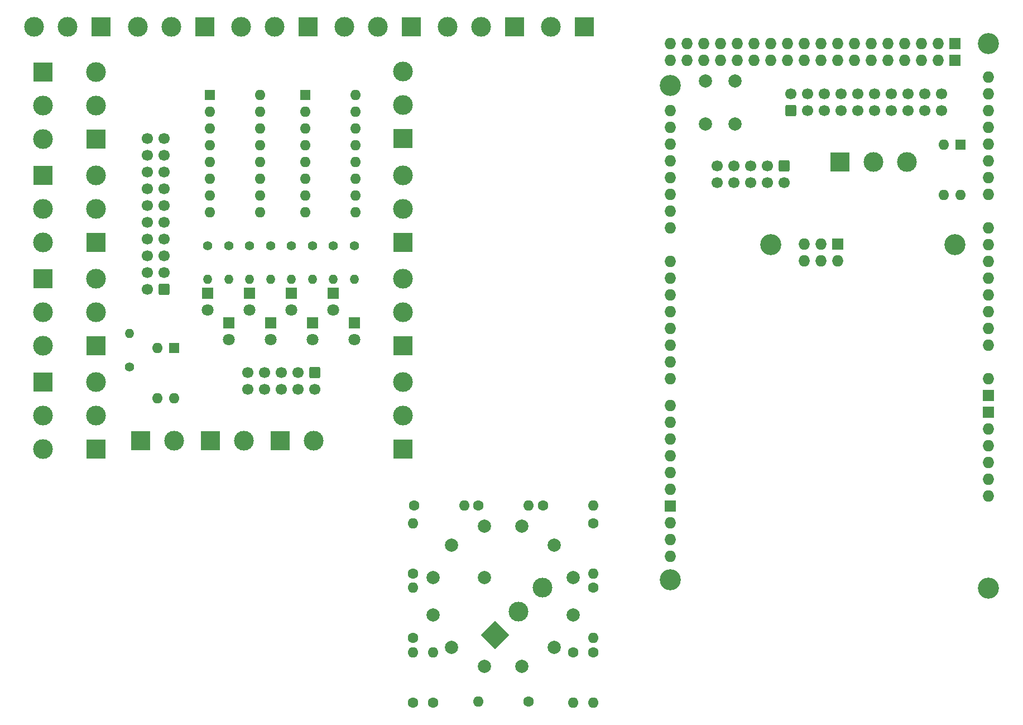
<source format=gbr>
%TF.GenerationSoftware,KiCad,Pcbnew,7.0.6*%
%TF.CreationDate,2023-09-19T13:45:42+08:00*%
%TF.ProjectId,ControlPanelPanelized,436f6e74-726f-46c5-9061-6e656c50616e,rev?*%
%TF.SameCoordinates,Original*%
%TF.FileFunction,Soldermask,Bot*%
%TF.FilePolarity,Negative*%
%FSLAX46Y46*%
G04 Gerber Fmt 4.6, Leading zero omitted, Abs format (unit mm)*
G04 Created by KiCad (PCBNEW 7.0.6) date 2023-09-19 13:45:42*
%MOMM*%
%LPD*%
G01*
G04 APERTURE LIST*
G04 Aperture macros list*
%AMRoundRect*
0 Rectangle with rounded corners*
0 $1 Rounding radius*
0 $2 $3 $4 $5 $6 $7 $8 $9 X,Y pos of 4 corners*
0 Add a 4 corners polygon primitive as box body*
4,1,4,$2,$3,$4,$5,$6,$7,$8,$9,$2,$3,0*
0 Add four circle primitives for the rounded corners*
1,1,$1+$1,$2,$3*
1,1,$1+$1,$4,$5*
1,1,$1+$1,$6,$7*
1,1,$1+$1,$8,$9*
0 Add four rect primitives between the rounded corners*
20,1,$1+$1,$2,$3,$4,$5,0*
20,1,$1+$1,$4,$5,$6,$7,0*
20,1,$1+$1,$6,$7,$8,$9,0*
20,1,$1+$1,$8,$9,$2,$3,0*%
%AMRotRect*
0 Rectangle, with rotation*
0 The origin of the aperture is its center*
0 $1 length*
0 $2 width*
0 $3 Rotation angle, in degrees counterclockwise*
0 Add horizontal line*
21,1,$1,$2,0,0,$3*%
G04 Aperture macros list end*
%ADD10C,2.000000*%
%ADD11C,1.600000*%
%ADD12O,1.600000X1.600000*%
%ADD13RotRect,3.000000X3.000000X45.000000*%
%ADD14C,3.000000*%
%ADD15RoundRect,0.250000X-0.600000X0.600000X-0.600000X-0.600000X0.600000X-0.600000X0.600000X0.600000X0*%
%ADD16C,1.700000*%
%ADD17RoundRect,0.250000X0.600000X-0.600000X0.600000X0.600000X-0.600000X0.600000X-0.600000X-0.600000X0*%
%ADD18R,1.600000X1.600000*%
%ADD19C,3.200000*%
%ADD20O,1.727200X1.727200*%
%ADD21R,1.727200X1.727200*%
%ADD22R,3.000000X3.000000*%
%ADD23R,1.800000X1.800000*%
%ADD24C,1.800000*%
%ADD25C,1.400000*%
%ADD26O,1.400000X1.400000*%
%ADD27RoundRect,0.250000X0.600000X0.600000X-0.600000X0.600000X-0.600000X-0.600000X0.600000X-0.600000X0*%
G04 APERTURE END LIST*
D10*
%TO.C,J8*%
X121867893Y-127360067D03*
%TD*%
%TO.C,J7*%
X124714902Y-122428902D03*
%TD*%
%TO.C,J1*%
X103464534Y-116734882D03*
%TD*%
%TO.C,J5*%
X121867892Y-111803717D03*
%TD*%
%TO.C,J13*%
X111261291Y-116753465D03*
%TD*%
%TO.C,J2*%
X106311542Y-111803718D03*
%TD*%
%TO.C,J11*%
X106311543Y-127360068D03*
%TD*%
%TO.C,J4*%
X116936728Y-108956709D03*
%TD*%
%TO.C,J10*%
X111242709Y-130207077D03*
%TD*%
%TO.C,J12*%
X103464535Y-122428902D03*
%TD*%
%TO.C,J9*%
X116936727Y-130207075D03*
%TD*%
%TO.C,J3*%
X111242709Y-108956709D03*
%TD*%
%TO.C,J6*%
X124714901Y-116734884D03*
%TD*%
D11*
%TO.C,R3*%
X100593291Y-105831465D03*
D12*
X108213291Y-105831465D03*
%TD*%
D11*
%TO.C,R10*%
X117992291Y-135549465D03*
D12*
X110372291Y-135549465D03*
%TD*%
D11*
%TO.C,R2*%
X100466291Y-116118465D03*
D12*
X100466291Y-108498465D03*
%TD*%
D11*
%TO.C,R9*%
X124723291Y-128056465D03*
D12*
X124723291Y-135676465D03*
%TD*%
D11*
%TO.C,R4*%
X110372291Y-105831465D03*
D12*
X117992291Y-105831465D03*
%TD*%
D13*
%TO.C,J14*%
X112863424Y-125488747D03*
D14*
X116455526Y-121896645D03*
X120047629Y-118304542D03*
%TD*%
D11*
%TO.C,R6*%
X127771291Y-108498465D03*
D12*
X127771291Y-116118465D03*
%TD*%
D11*
%TO.C,R11*%
X103514291Y-135676465D03*
D12*
X103514291Y-128056465D03*
%TD*%
D11*
%TO.C,R7*%
X127771291Y-118277465D03*
D12*
X127771291Y-125897465D03*
%TD*%
D11*
%TO.C,R8*%
X127771291Y-128056465D03*
D12*
X127771291Y-135676465D03*
%TD*%
D11*
%TO.C,R5*%
X120151291Y-105831465D03*
D12*
X127771291Y-105831465D03*
%TD*%
D11*
%TO.C,R1*%
X100466291Y-125897465D03*
D12*
X100466291Y-118277465D03*
%TD*%
D11*
%TO.C,R12*%
X100466291Y-135676465D03*
D12*
X100466291Y-128056465D03*
%TD*%
D15*
%TO.C,J3*%
X156718000Y-54356000D03*
D16*
X156718000Y-56896000D03*
X154178000Y-54356000D03*
X154178000Y-56896000D03*
X151638000Y-54356000D03*
X151638000Y-56896000D03*
X149098000Y-54356000D03*
X149098000Y-56896000D03*
X146558000Y-54356000D03*
X146558000Y-56896000D03*
%TD*%
D17*
%TO.C,J1*%
X157734000Y-45974000D03*
D16*
X157734000Y-43434000D03*
X160274000Y-45974000D03*
X160274000Y-43434000D03*
X162814000Y-45974000D03*
X162814000Y-43434000D03*
X165354000Y-45974000D03*
X165354000Y-43434000D03*
X167894000Y-45974000D03*
X167894000Y-43434000D03*
X170434000Y-45974000D03*
X170434000Y-43434000D03*
X172974000Y-45974000D03*
X172974000Y-43434000D03*
X175514000Y-45974000D03*
X175514000Y-43434000D03*
X178054000Y-45974000D03*
X178054000Y-43434000D03*
X180594000Y-45974000D03*
X180594000Y-43434000D03*
%TD*%
D18*
%TO.C,SW2*%
X183482000Y-51134000D03*
D12*
X180942000Y-51134000D03*
X180942000Y-58754000D03*
X183482000Y-58754000D03*
%TD*%
D19*
%TO.C,XA1*%
X187706000Y-118364000D03*
X139446000Y-117094000D03*
D20*
X187706000Y-104394000D03*
D19*
X154686000Y-66294000D03*
X182626000Y-66294000D03*
X139446000Y-42164000D03*
X187706000Y-35814000D03*
D20*
X187706000Y-96774000D03*
X187706000Y-94234000D03*
X159766000Y-66167000D03*
X139446000Y-38354000D03*
X139446000Y-35814000D03*
X187706000Y-81534000D03*
X187706000Y-78994000D03*
X187706000Y-76454000D03*
X187706000Y-73914000D03*
X187706000Y-71374000D03*
X187706000Y-68834000D03*
X187706000Y-66294000D03*
X187706000Y-63754000D03*
X187706000Y-58674000D03*
X187706000Y-56134000D03*
X187706000Y-53594000D03*
X187706000Y-51054000D03*
X187706000Y-48514000D03*
X187706000Y-45974000D03*
X187706000Y-43434000D03*
X187706000Y-40894000D03*
X139446000Y-108458000D03*
X139446000Y-68834000D03*
X139446000Y-71374000D03*
X139446000Y-73914000D03*
X139446000Y-76454000D03*
X139446000Y-78994000D03*
X139446000Y-81534000D03*
X139446000Y-84074000D03*
X139446000Y-86614000D03*
X139446000Y-90678000D03*
X139446000Y-93218000D03*
X139446000Y-95758000D03*
X139446000Y-98298000D03*
X139446000Y-100838000D03*
X139446000Y-103378000D03*
X139446000Y-63754000D03*
X139446000Y-61214000D03*
X139446000Y-58674000D03*
X139446000Y-56134000D03*
X139446000Y-53594000D03*
X139446000Y-51054000D03*
X139446000Y-48514000D03*
X139446000Y-45974000D03*
X141986000Y-38354000D03*
X141986000Y-35814000D03*
X144526000Y-38354000D03*
X144526000Y-35814000D03*
X147066000Y-38354000D03*
X147066000Y-35814000D03*
X149606000Y-38354000D03*
X149606000Y-35814000D03*
X152146000Y-38354000D03*
X152146000Y-35814000D03*
X154686000Y-38354000D03*
X154686000Y-35814000D03*
X157226000Y-38354000D03*
X157226000Y-35814000D03*
X159766000Y-38354000D03*
X159766000Y-35814000D03*
X162306000Y-38354000D03*
X162306000Y-35814000D03*
X164846000Y-38354000D03*
X164846000Y-35814000D03*
X167386000Y-38354000D03*
X167386000Y-35814000D03*
X169926000Y-38354000D03*
X169926000Y-35814000D03*
X172466000Y-38354000D03*
X172466000Y-35814000D03*
X175006000Y-38354000D03*
X175006000Y-35814000D03*
X177546000Y-38354000D03*
X177546000Y-35814000D03*
X180086000Y-38354000D03*
X180086000Y-35814000D03*
D21*
X139446000Y-105918000D03*
X187706000Y-91694000D03*
X187706000Y-89154000D03*
X164846000Y-66167000D03*
X182626000Y-38354000D03*
X182626000Y-35814000D03*
D20*
X187706000Y-101854000D03*
X159766000Y-68707000D03*
X162306000Y-66167000D03*
X187706000Y-99314000D03*
X164846000Y-68707000D03*
X162306000Y-68707000D03*
X139446000Y-113538000D03*
X139446000Y-110998000D03*
X187706000Y-86614000D03*
%TD*%
D22*
%TO.C,J2*%
X165174000Y-53784000D03*
D14*
X170254000Y-53784000D03*
X175334000Y-53784000D03*
%TD*%
D10*
%TO.C,SW1*%
X149316000Y-41454000D03*
X149316000Y-47954000D03*
X144816000Y-41454000D03*
X144816000Y-47954000D03*
%TD*%
D23*
%TO.C,D8*%
X69289400Y-73647600D03*
D24*
X69289400Y-76187600D03*
%TD*%
D23*
%TO.C,D7*%
X72464400Y-78147600D03*
D24*
X72464400Y-80687600D03*
%TD*%
D23*
%TO.C,D5*%
X78814400Y-78147600D03*
D24*
X78814400Y-80687600D03*
%TD*%
D23*
%TO.C,D2*%
X88339400Y-73647600D03*
D24*
X88339400Y-76187600D03*
%TD*%
D22*
%TO.C,J12*%
X126401400Y-33273000D03*
D14*
X121321400Y-33273000D03*
%TD*%
D23*
%TO.C,D4*%
X81989400Y-73647600D03*
D24*
X81989400Y-76187600D03*
%TD*%
D23*
%TO.C,D1*%
X91523050Y-78142200D03*
D24*
X91523050Y-80682200D03*
%TD*%
D23*
%TO.C,D6*%
X75639400Y-73647600D03*
D24*
X75639400Y-76187600D03*
%TD*%
D23*
%TO.C,D3*%
X85164400Y-78147600D03*
D24*
X85164400Y-80687600D03*
%TD*%
D15*
%TO.C,IDC_RF1*%
X85493800Y-85661000D03*
D16*
X85493800Y-88201000D03*
X82953800Y-85661000D03*
X82953800Y-88201000D03*
X80413800Y-85661000D03*
X80413800Y-88201000D03*
X77873800Y-85661000D03*
X77873800Y-88201000D03*
X75333800Y-85661000D03*
X75333800Y-88201000D03*
%TD*%
D22*
%TO.C,J19*%
X98863400Y-65906400D03*
D14*
X98863400Y-60826400D03*
X98863400Y-55746400D03*
%TD*%
D25*
%TO.C,R1*%
X57456800Y-84807600D03*
D26*
X57456800Y-79727600D03*
%TD*%
D22*
%TO.C,J5*%
X52317400Y-50251200D03*
D14*
X52317400Y-45171200D03*
X52317400Y-40091200D03*
%TD*%
D25*
%TO.C,R2*%
X91523050Y-66408600D03*
D26*
X91523050Y-71488600D03*
%TD*%
D22*
%TO.C,J20*%
X98863400Y-81578200D03*
D14*
X98863400Y-76498200D03*
X98863400Y-71418200D03*
%TD*%
D18*
%TO.C,U1*%
X64171400Y-81962600D03*
D12*
X61631400Y-81962600D03*
X61631400Y-89582600D03*
X64171400Y-89582600D03*
%TD*%
D22*
%TO.C,J2*%
X44253400Y-55767400D03*
D14*
X44253400Y-60847400D03*
X44253400Y-65927400D03*
%TD*%
D22*
%TO.C,J17*%
X115824000Y-33274000D03*
D14*
X110744000Y-33274000D03*
X105664000Y-33274000D03*
%TD*%
D25*
%TO.C,R9*%
X69289400Y-66414000D03*
D26*
X69289400Y-71494000D03*
%TD*%
D25*
%TO.C,R4*%
X85164400Y-66414000D03*
D26*
X85164400Y-71494000D03*
%TD*%
D22*
%TO.C,J3*%
X44253400Y-71439200D03*
D14*
X44253400Y-76519200D03*
X44253400Y-81599200D03*
%TD*%
D22*
%TO.C,J15*%
X84480400Y-33274000D03*
D14*
X79400400Y-33274000D03*
X74320400Y-33274000D03*
%TD*%
D25*
%TO.C,R8*%
X72464400Y-66414000D03*
D26*
X72464400Y-71494000D03*
%TD*%
D22*
%TO.C,J21*%
X98863400Y-97247800D03*
D14*
X98863400Y-92167800D03*
X98863400Y-87087800D03*
%TD*%
D25*
%TO.C,R6*%
X78814400Y-66414000D03*
D26*
X78814400Y-71494000D03*
%TD*%
D22*
%TO.C,J10*%
X69657800Y-95986600D03*
D14*
X74737800Y-95986600D03*
%TD*%
D18*
%TO.C,U3*%
X69589400Y-43624000D03*
D12*
X69589400Y-46164000D03*
X69589400Y-48704000D03*
X69589400Y-51244000D03*
X69589400Y-53784000D03*
X69589400Y-56324000D03*
X69589400Y-58864000D03*
X69589400Y-61404000D03*
X77209400Y-61404000D03*
X77209400Y-58864000D03*
X77209400Y-56324000D03*
X77209400Y-53784000D03*
X77209400Y-51244000D03*
X77209400Y-48704000D03*
X77209400Y-46164000D03*
X77209400Y-43624000D03*
%TD*%
D22*
%TO.C,J7*%
X52317400Y-81599200D03*
D14*
X52317400Y-76519200D03*
X52317400Y-71439200D03*
%TD*%
D22*
%TO.C,J9*%
X59091400Y-95986600D03*
D14*
X64171400Y-95986600D03*
%TD*%
D25*
%TO.C,R5*%
X81989400Y-66414000D03*
D26*
X81989400Y-71494000D03*
%TD*%
D22*
%TO.C,J13*%
X53132400Y-33274000D03*
D14*
X48052400Y-33274000D03*
X42972400Y-33274000D03*
%TD*%
D27*
%TO.C,J11*%
X62626800Y-73076000D03*
D16*
X60086800Y-73076000D03*
X62626800Y-70536000D03*
X60086800Y-70536000D03*
X62626800Y-67996000D03*
X60086800Y-67996000D03*
X62626800Y-65456000D03*
X60086800Y-65456000D03*
X62626800Y-62916000D03*
X60086800Y-62916000D03*
X62626800Y-60376000D03*
X60086800Y-60376000D03*
X62626800Y-57836000D03*
X60086800Y-57836000D03*
X62626800Y-55296000D03*
X60086800Y-55296000D03*
X62626800Y-52756000D03*
X60086800Y-52756000D03*
X62626800Y-50216000D03*
X60086800Y-50216000D03*
%TD*%
D22*
%TO.C,J14*%
X68808600Y-33274000D03*
D14*
X63728600Y-33274000D03*
X58648600Y-33274000D03*
%TD*%
D22*
%TO.C,J4*%
X44253400Y-87108800D03*
D14*
X44253400Y-92188800D03*
X44253400Y-97268800D03*
%TD*%
D22*
%TO.C,J6*%
X52317400Y-65927400D03*
D14*
X52317400Y-60847400D03*
X52317400Y-55767400D03*
%TD*%
D22*
%TO.C,J22*%
X80239800Y-95986600D03*
D14*
X85319800Y-95986600D03*
%TD*%
D22*
%TO.C,J1*%
X44253400Y-40091200D03*
D14*
X44253400Y-45171200D03*
X44253400Y-50251200D03*
%TD*%
D22*
%TO.C,J18*%
X98863400Y-50230200D03*
D14*
X98863400Y-45150200D03*
X98863400Y-40070200D03*
%TD*%
D25*
%TO.C,R7*%
X75639400Y-66414000D03*
D26*
X75639400Y-71494000D03*
%TD*%
D22*
%TO.C,J16*%
X100152200Y-33274000D03*
D14*
X95072200Y-33274000D03*
X89992200Y-33274000D03*
%TD*%
D25*
%TO.C,R3*%
X88339400Y-66414000D03*
D26*
X88339400Y-71494000D03*
%TD*%
D22*
%TO.C,J8*%
X52317400Y-97268800D03*
D14*
X52317400Y-92188800D03*
X52317400Y-87108800D03*
%TD*%
D18*
%TO.C,U2*%
X84123050Y-43624000D03*
D12*
X84123050Y-46164000D03*
X84123050Y-48704000D03*
X84123050Y-51244000D03*
X84123050Y-53784000D03*
X84123050Y-56324000D03*
X84123050Y-58864000D03*
X84123050Y-61404000D03*
X91743050Y-61404000D03*
X91743050Y-58864000D03*
X91743050Y-56324000D03*
X91743050Y-53784000D03*
X91743050Y-51244000D03*
X91743050Y-48704000D03*
X91743050Y-46164000D03*
X91743050Y-43624000D03*
%TD*%
M02*

</source>
